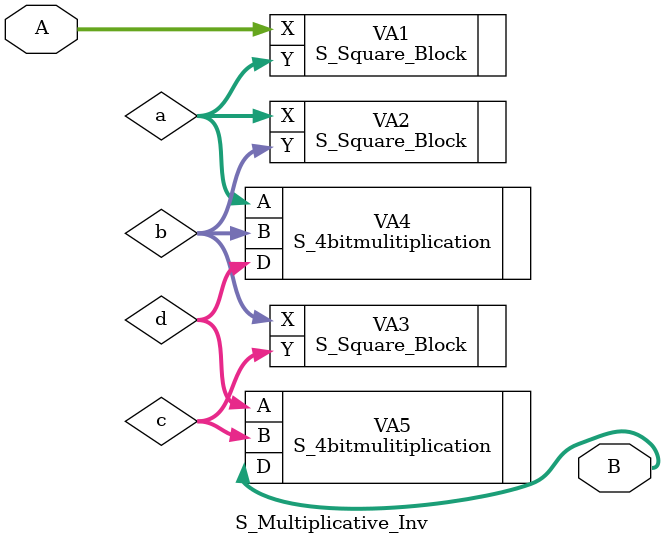
<source format=v>
module S_Multiplicative_Inv(A,B);
  input [3:0]A;
  output [3:0]B;
  wire [3:0]a,b,c,d;
  
S_Square_Block VA1 (
    .X(A), 
    .Y(a)
    );

S_Square_Block VA2 (
    .X(a), 
    .Y(b)
    );

S_Square_Block VA3 (
    .X(b), 
    .Y(c)
    );

S_4bitmulitiplication VA4 (
    .A(a), 
    .B(b), 
    .D(d)
    );

S_4bitmulitiplication VA5 (
    .A(d), 
    .B(c), 
    .D(B)
    );

endmodule 
</source>
